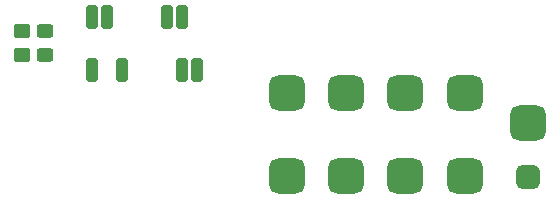
<source format=gbr>
%TF.GenerationSoftware,KiCad,Pcbnew,(6.0.1)*%
%TF.CreationDate,2022-02-21T19:23:02-07:00*%
%TF.ProjectId,MShaw_4gbNandExtensionQSB_V2,4d536861-775f-4346-9762-4e616e644578,rev?*%
%TF.SameCoordinates,Original*%
%TF.FileFunction,Soldermask,Top*%
%TF.FilePolarity,Negative*%
%FSLAX46Y46*%
G04 Gerber Fmt 4.6, Leading zero omitted, Abs format (unit mm)*
G04 Created by KiCad (PCBNEW (6.0.1)) date 2022-02-21 19:23:02*
%MOMM*%
%LPD*%
G01*
G04 APERTURE LIST*
G04 Aperture macros list*
%AMRoundRect*
0 Rectangle with rounded corners*
0 $1 Rounding radius*
0 $2 $3 $4 $5 $6 $7 $8 $9 X,Y pos of 4 corners*
0 Add a 4 corners polygon primitive as box body*
4,1,4,$2,$3,$4,$5,$6,$7,$8,$9,$2,$3,0*
0 Add four circle primitives for the rounded corners*
1,1,$1+$1,$2,$3*
1,1,$1+$1,$4,$5*
1,1,$1+$1,$6,$7*
1,1,$1+$1,$8,$9*
0 Add four rect primitives between the rounded corners*
20,1,$1+$1,$2,$3,$4,$5,0*
20,1,$1+$1,$4,$5,$6,$7,0*
20,1,$1+$1,$6,$7,$8,$9,0*
20,1,$1+$1,$8,$9,$2,$3,0*%
G04 Aperture macros list end*
%ADD10RoundRect,0.750000X0.750000X-0.750000X0.750000X0.750000X-0.750000X0.750000X-0.750000X-0.750000X0*%
%ADD11RoundRect,0.250000X0.250000X-0.750000X0.250000X0.750000X-0.250000X0.750000X-0.250000X-0.750000X0*%
%ADD12RoundRect,0.750000X-0.750000X-0.750000X0.750000X-0.750000X0.750000X0.750000X-0.750000X0.750000X0*%
%ADD13RoundRect,0.500000X-0.500000X-0.500000X0.500000X-0.500000X0.500000X0.500000X-0.500000X0.500000X0*%
%ADD14RoundRect,0.250000X0.450000X-0.350000X0.450000X0.350000X-0.450000X0.350000X-0.450000X-0.350000X0*%
%ADD15RoundRect,0.250000X0.450000X-0.325000X0.450000X0.325000X-0.450000X0.325000X-0.450000X-0.325000X0*%
G04 APERTURE END LIST*
D10*
%TO.C,J4*%
X106560000Y-74330000D03*
X106560000Y-67330000D03*
X111560000Y-74330000D03*
X111560000Y-67330000D03*
X116560000Y-74330000D03*
X116560000Y-67330000D03*
X121560000Y-74330000D03*
X121560000Y-67330000D03*
%TD*%
D11*
%TO.C,J3*%
X90060000Y-60880000D03*
X91330000Y-60880000D03*
X96410000Y-60880000D03*
X97680000Y-60880000D03*
%TD*%
D12*
%TO.C,J5*%
X126960000Y-69880000D03*
D13*
X126960000Y-74420000D03*
%TD*%
D14*
%TO.C,R1*%
X84060000Y-64130000D03*
X84060000Y-62130000D03*
%TD*%
D15*
%TO.C,D1*%
X86060000Y-64155000D03*
X86060000Y-62105000D03*
%TD*%
D11*
%TO.C,J1*%
X90060000Y-65380000D03*
X92600000Y-65380000D03*
X97680000Y-65380000D03*
X98950000Y-65380000D03*
%TD*%
M02*

</source>
